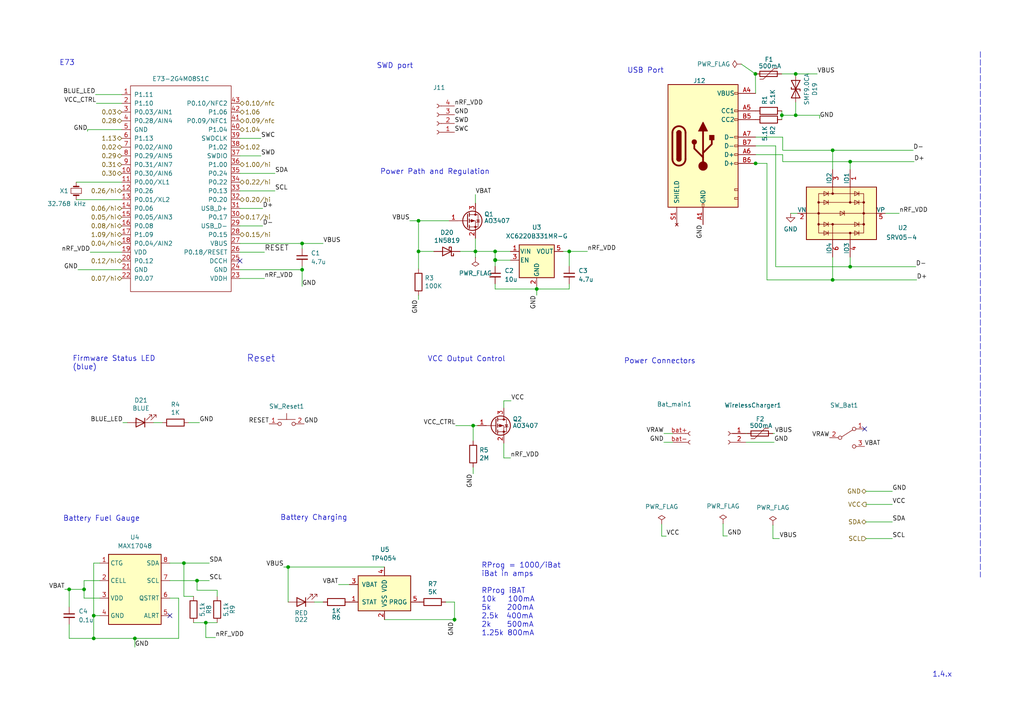
<source format=kicad_sch>
(kicad_sch (version 20211123) (generator eeschema)
  (paper "A4")
  (lib_symbols
    (symbol "Battery_Management:MCP73832-2-OT" (pin_names (offset 1.016))
      (property "Reference" "U" (at -7.62 6.35 0))
      (property "Value" "MCP73832-2-OT" (at 1.27 6.35 0))
      (symbol "MCP73832-2-OT_0_1"
        (rectangle (start -7.62 5.08) (end 7.62 -5.08) (stroke (width 0.254)) (fill (type background)))
      )
      (symbol "MCP73832-2-OT_1_1"
        (pin output line (at 10.16 -2.54 180) (length 2.54) (name "STAT") (number "1"))
        (pin power_in line (at 0 -7.62 90) (length 2.54) (name "VSS") (number "2"))
        (pin power_out line (at 10.16 2.54 180) (length 2.54) (name "VBAT") (number "3"))
        (pin power_in line (at 0 7.62 270) (length 2.54) (name "VDD") (number "4"))
        (pin input line (at -10.16 -2.54 0) (length 2.54) (name "PROG") (number "5"))
      )
    )
    (symbol "Connector:Conn_01x02_Female" (pin_names (offset 1.016) hide)
      (property "Reference" "J" (at 0 2.54 0))
      (property "Value" "Conn_01x02_Female" (at 0 -5.08 0))
      (symbol "Conn_01x02_Female_1_1"
        (arc (start 0 -2.032) (mid -0.508 -2.54) (end 0 -3.048) (stroke (width 0.1524)))
        (polyline (pts (xy -1.27 -2.54) (xy -0.508 -2.54)) (stroke (width 0.1524)))
        (polyline (pts (xy -1.27 0) (xy -0.508 0)) (stroke (width 0.1524)))
        (arc (start 0 0.508) (mid -0.508 0) (end 0 -0.508) (stroke (width 0.1524)))
        (pin passive line (at -5.08 0 0) (length 3.81) (name "Pin_1") (number "1"))
        (pin passive line (at -5.08 -2.54 0) (length 3.81) (name "Pin_2") (number "2"))
      )
    )
    (symbol "Connector:Conn_01x04_Female" (pin_names (offset 1.016) hide)
      (property "Reference" "J" (at 0 5.08 0))
      (property "Value" "Conn_01x04_Female" (at 0 -7.62 0))
      (symbol "Conn_01x04_Female_1_1"
        (arc (start 0 -4.572) (mid -0.508 -5.08) (end 0 -5.588) (stroke (width 0.1524)))
        (arc (start 0 -2.032) (mid -0.508 -2.54) (end 0 -3.048) (stroke (width 0.1524)))
        (polyline (pts (xy -1.27 -5.08) (xy -0.508 -5.08)) (stroke (width 0.1524)))
        (polyline (pts (xy -1.27 -2.54) (xy -0.508 -2.54)) (stroke (width 0.1524)))
        (polyline (pts (xy -1.27 0) (xy -0.508 0)) (stroke (width 0.1524)))
        (polyline (pts (xy -1.27 2.54) (xy -0.508 2.54)) (stroke (width 0.1524)))
        (arc (start 0 0.508) (mid -0.508 0) (end 0 -0.508) (stroke (width 0.1524)))
        (arc (start 0 3.048) (mid -0.508 2.54) (end 0 2.032) (stroke (width 0.1524)))
        (pin passive line (at -5.08 2.54 0) (length 3.81) (name "Pin_1") (number "1"))
        (pin passive line (at -5.08 0 0) (length 3.81) (name "Pin_2") (number "2"))
        (pin passive line (at -5.08 -2.54 0) (length 3.81) (name "Pin_3") (number "3"))
        (pin passive line (at -5.08 -5.08 0) (length 3.81) (name "Pin_4") (number "4"))
      )
    )
    (symbol "Device:C_Small" (pin_numbers hide) (pin_names (offset 0.254) hide)
      (property "Reference" "C" (at 0.254 1.778 0))
      (property "Value" "C_Small" (at 0.254 -2.032 0))
      (symbol "C_Small_0_1"
        (polyline (pts (xy -1.524 -0.508) (xy 1.524 -0.508)) (stroke (width 0.3302)))
        (polyline (pts (xy -1.524 0.508) (xy 1.524 0.508)) (stroke (width 0.3048)))
      )
      (symbol "C_Small_1_1"
        (pin passive line (at 0 2.54 270) (length 2.032) (name "~") (number "1"))
        (pin passive line (at 0 -2.54 90) (length 2.032) (name "~") (number "2"))
      )
    )
    (symbol "Device:D_TVS" (pin_numbers hide) (pin_names (offset 1.016) hide)
      (property "Reference" "D" (at 0 2.54 0))
      (property "Value" "D_TVS" (at 0 -2.54 0))
      (symbol "D_TVS_0_1"
        (polyline (pts (xy 1.27 0) (xy -1.27 0)))
        (polyline (pts (xy 0.508 1.27) (xy 0 1.27) (xy 0 -1.27) (xy -0.508 -1.27)) (stroke (width 0.254)))
        (polyline (pts (xy -2.54 1.27) (xy -2.54 -1.27) (xy 2.54 1.27) (xy 2.54 -1.27) (xy -2.54 1.27)) (stroke (width 0.254)))
      )
      (symbol "D_TVS_1_1"
        (pin passive line (at -3.81 0 0) (length 2.54) (name "A1") (number "1"))
        (pin passive line (at 3.81 0 180) (length 2.54) (name "A2") (number "2"))
      )
    )
    (symbol "Device:LED" (pin_numbers hide) (pin_names (offset 1.016) hide)
      (property "Reference" "D" (at 0 2.54 0))
      (property "Value" "LED" (at 0 -2.54 0))
      (symbol "LED_0_1"
        (polyline (pts (xy -1.27 -1.27) (xy -1.27 1.27)) (stroke (width 0.254)))
        (polyline (pts (xy -1.27 0) (xy 1.27 0)))
        (polyline (pts (xy 1.27 -1.27) (xy 1.27 1.27) (xy -1.27 0) (xy 1.27 -1.27)) (stroke (width 0.254)))
        (polyline (pts (xy -3.048 -0.762) (xy -4.572 -2.286) (xy -3.81 -2.286) (xy -4.572 -2.286) (xy -4.572 -1.524)))
        (polyline (pts (xy -1.778 -0.762) (xy -3.302 -2.286) (xy -2.54 -2.286) (xy -3.302 -2.286) (xy -3.302 -1.524)))
      )
      (symbol "LED_1_1"
        (pin passive line (at -3.81 0 0) (length 2.54) (name "K") (number "1"))
        (pin passive line (at 3.81 0 180) (length 2.54) (name "A") (number "2"))
      )
    )
    (symbol "Device:Polyfuse" (pin_numbers hide) (pin_names (offset 0))
      (property "Reference" "F" (at -2.54 0 90))
      (property "Value" "Polyfuse" (at 2.54 0 90))
      (symbol "Polyfuse_0_1"
        (rectangle (start -0.762 2.54) (end 0.762 -2.54) (stroke (width 0.254)))
        (polyline (pts (xy 0 2.54) (xy 0 -2.54)))
        (polyline (pts (xy -1.524 2.54) (xy -1.524 1.524) (xy 1.524 -1.524) (xy 1.524 -2.54)))
      )
      (symbol "Polyfuse_1_1"
        (pin passive line (at 0 3.81 270) (length 1.27) (name "~") (number "1"))
        (pin passive line (at 0 -3.81 90) (length 1.27) (name "~") (number "2"))
      )
    )
    (symbol "Device:R" (pin_numbers hide) (pin_names (offset 0))
      (property "Reference" "R" (at 2.032 0 90))
      (property "Value" "R" (at 0 0 90))
      (symbol "R_0_1"
        (rectangle (start -1.016 -2.54) (end 1.016 2.54) (stroke (width 0.254)))
      )
      (symbol "R_1_1"
        (pin passive line (at 0 3.81 270) (length 1.27) (name "~") (number "1"))
        (pin passive line (at 0 -3.81 90) (length 1.27) (name "~") (number "2"))
      )
    )
    (symbol "Diode:MBR0520" (pin_numbers hide) (pin_names (offset 1.016) hide)
      (property "Reference" "D" (at 0 2.54 0))
      (property "Value" "MBR0520" (at 0 -2.54 0))
      (symbol "MBR0520_0_1"
        (polyline (pts (xy 1.27 0) (xy -1.27 0)))
        (polyline (pts (xy 1.27 1.27) (xy 1.27 -1.27) (xy -1.27 0) (xy 1.27 1.27)) (stroke (width 0.254)))
        (polyline (pts (xy -1.905 0.635) (xy -1.905 1.27) (xy -1.27 1.27) (xy -1.27 -1.27) (xy -0.635 -1.27) (xy -0.635 -0.635)) (stroke (width 0.254)))
      )
      (symbol "MBR0520_1_1"
        (pin passive line (at -3.81 0 0) (length 2.54) (name "K") (number "1"))
        (pin passive line (at 3.81 0 180) (length 2.54) (name "A") (number "2"))
      )
    )
    (symbol "Power_Protection:SRV05-4" (pin_names (offset 0))
      (property "Reference" "U" (at -5.08 11.43 0))
      (property "Value" "SRV05-4" (at 2.54 11.43 0))
      (symbol "SRV05-4_0_0"
        (rectangle (start -5.715 6.477) (end 5.715 -6.604))
        (polyline (pts (xy -3.175 -6.604) (xy -3.175 6.477)))
        (polyline (pts (xy 3.175 6.477) (xy 3.175 -6.604)))
      )
      (symbol "SRV05-4_0_1"
        (rectangle (start -7.62 10.16) (end 7.62 -10.16) (stroke (width 0.254)) (fill (type background)))
        (circle (center -5.715 -2.54) (radius 0.2794) (fill (type outline)))
        (circle (center -3.175 -6.604) (radius 0.2794) (fill (type outline)))
        (circle (center -3.175 2.54) (radius 0.2794) (fill (type outline)))
        (circle (center -3.175 6.477) (radius 0.2794) (fill (type outline)))
        (circle (center 0 -6.604) (radius 0.2794) (fill (type outline)))
        (polyline (pts (xy -7.747 2.54) (xy -3.175 2.54)))
        (polyline (pts (xy -7.62 -2.54) (xy -5.715 -2.54)))
        (polyline (pts (xy -5.08 -3.81) (xy -6.35 -3.81)))
        (polyline (pts (xy -5.08 5.08) (xy -6.35 5.08)))
        (polyline (pts (xy -2.54 -3.81) (xy -3.81 -3.81)))
        (polyline (pts (xy -2.54 5.08) (xy -3.81 5.08)))
        (polyline (pts (xy 0 10.16) (xy 0 -10.16)))
        (polyline (pts (xy 3.81 -3.81) (xy 2.54 -3.81)))
        (polyline (pts (xy 3.81 5.08) (xy 2.54 5.08)))
        (polyline (pts (xy 6.35 -3.81) (xy 5.08 -3.81)))
        (polyline (pts (xy 6.35 5.08) (xy 5.08 5.08)))
        (polyline (pts (xy 7.62 -2.54) (xy 3.175 -2.54)))
        (polyline (pts (xy 7.62 2.54) (xy 5.715 2.54)))
        (polyline (pts (xy 0.635 0.889) (xy -0.635 0.889) (xy -0.635 0.635)))
        (polyline (pts (xy -5.08 -5.08) (xy -6.35 -5.08) (xy -5.715 -3.81) (xy -5.08 -5.08)))
        (polyline (pts (xy -5.08 3.81) (xy -6.35 3.81) (xy -5.715 5.08) (xy -5.08 3.81)))
        (polyline (pts (xy -2.54 -5.08) (xy -3.81 -5.08) (xy -3.175 -3.81) (xy -2.54 -5.08)))
        (polyline (pts (xy -2.54 3.81) (xy -3.81 3.81) (xy -3.175 5.08) (xy -2.54 3.81)))
        (polyline (pts (xy 0.635 -0.381) (xy -0.635 -0.381) (xy 0 0.889) (xy 0.635 -0.381)))
        (polyline (pts (xy 3.81 -5.08) (xy 2.54 -5.08) (xy 3.175 -3.81) (xy 3.81 -5.08)))
        (polyline (pts (xy 3.81 3.81) (xy 2.54 3.81) (xy 3.175 5.08) (xy 3.81 3.81)))
        (polyline (pts (xy 6.35 -5.08) (xy 5.08 -5.08) (xy 5.715 -3.81) (xy 6.35 -5.08)))
        (polyline (pts (xy 6.35 3.81) (xy 5.08 3.81) (xy 5.715 5.08) (xy 6.35 3.81)))
        (circle (center 0 6.477) (radius 0.2794) (fill (type outline)))
        (circle (center 3.175 -6.604) (radius 0.2794) (fill (type outline)))
        (circle (center 3.175 -2.54) (radius 0.2794) (fill (type outline)))
        (circle (center 3.175 6.477) (radius 0.2794) (fill (type outline)))
        (circle (center 5.715 2.54) (radius 0.2794) (fill (type outline)))
      )
      (symbol "SRV05-4_1_1"
        (pin passive line (at -12.7 2.54 0) (length 5.08) (name "IO1") (number "1"))
        (pin passive line (at 0 -12.7 90) (length 2.54) (name "VN") (number "2"))
        (pin passive line (at -12.7 -2.54 0) (length 5.08) (name "IO2") (number "3"))
        (pin passive line (at 12.7 2.54 180) (length 5.08) (name "IO3") (number "4"))
        (pin passive line (at 0 12.7 270) (length 2.54) (name "VP") (number "5"))
        (pin passive line (at 12.7 -2.54 180) (length 5.08) (name "IO4") (number "6"))
      )
    )
    (symbol "Regulator_Linear:AP2112K-3.3" (pin_names (offset 0.254))
      (property "Reference" "U" (at -5.08 5.715 0))
      (property "Value" "AP2112K-3.3" (at 0 5.715 0))
      (symbol "AP2112K-3.3_0_1"
        (rectangle (start -5.08 4.445) (end 5.08 -5.08) (stroke (width 0.254)) (fill (type background)))
      )
      (symbol "AP2112K-3.3_1_1"
        (pin power_in line (at -7.62 2.54 0) (length 2.54) (name "VIN") (number "1"))
        (pin power_in line (at 0 -7.62 90) (length 2.54) (name "GND") (number "2"))
        (pin input line (at -7.62 0 0) (length 2.54) (name "EN") (number "3"))
        (pin no_connect line (at 5.08 0 180) (length 2.54) hide (name "NC") (number "4"))
        (pin power_out line (at 7.62 2.54 180) (length 2.54) (name "VOUT") (number "5"))
      )
    )
    (symbol "Transistor_FET:BSS83P" (pin_names hide)
      (property "Reference" "Q" (at 5.08 1.905 0))
      (property "Value" "BSS83P" (at 5.08 0 0))
      (symbol "BSS83P_0_1"
        (polyline (pts (xy 0.254 0) (xy -2.54 0)))
        (polyline (pts (xy 0.254 1.905) (xy 0.254 -1.905)) (stroke (width 0.254)))
        (polyline (pts (xy 0.762 -1.27) (xy 0.762 -2.286)) (stroke (width 0.254)))
        (polyline (pts (xy 0.762 0.508) (xy 0.762 -0.508)) (stroke (width 0.254)))
        (polyline (pts (xy 0.762 2.286) (xy 0.762 1.27)) (stroke (width 0.254)))
        (polyline (pts (xy 2.54 2.54) (xy 2.54 1.778)))
        (polyline (pts (xy 2.54 -2.54) (xy 2.54 0) (xy 0.762 0)))
        (polyline (pts (xy 0.762 1.778) (xy 3.302 1.778) (xy 3.302 -1.778) (xy 0.762 -1.778)))
        (polyline (pts (xy 2.286 0) (xy 1.27 0.381) (xy 1.27 -0.381) (xy 2.286 0)) (fill (type outline)))
        (polyline (pts (xy 2.794 -0.508) (xy 2.921 -0.381) (xy 3.683 -0.381) (xy 3.81 -0.254)))
        (polyline (pts (xy 3.302 -0.381) (xy 2.921 0.254) (xy 3.683 0.254) (xy 3.302 -0.381)))
        (circle (center 1.651 0) (radius 2.794) (stroke (width 0.254)))
        (circle (center 2.54 -1.778) (radius 0.254) (fill (type outline)))
        (circle (center 2.54 1.778) (radius 0.254) (fill (type outline)))
      )
      (symbol "BSS83P_1_1"
        (pin input line (at -5.08 0 0) (length 2.54) (name "G") (number "1"))
        (pin passive line (at 2.54 -5.08 90) (length 2.54) (name "S") (number "2"))
        (pin passive line (at 2.54 5.08 270) (length 2.54) (name "D") (number "3"))
      )
    )
    (symbol "mysymbol:Conn_Battery_solderable" (pin_names (offset 1.016) hide)
      (property "Reference" "J?" (at 1.27 0.0001 0))
      (property "Value" "Conn_Battery_solderable" (at 1.27 -2.5399 0))
      (symbol "Conn_Battery_solderable_1_1"
        (arc (start 0 -2.032) (mid -0.508 -2.54) (end 0 -3.048) (stroke (width 0.1524)))
        (polyline (pts (xy -1.27 -2.54) (xy -0.508 -2.54)) (stroke (width 0.1524)))
        (polyline (pts (xy -1.27 0) (xy -0.508 0)) (stroke (width 0.1524)))
        (arc (start 0 0.508) (mid -0.508 0) (end 0 -0.508) (stroke (width 0.1524)))
        (pin passive line (at -5.08 0 0) (length 3.81) (name "Bat+") (number "bat+"))
        (pin passive line (at -5.08 -2.54 0) (length 3.81) (name "Bat-") (number "bat-"))
      )
    )
    (symbol "mysymbol:Crystal_Small" (pin_numbers hide) (pin_names (offset 1.016) hide)
      (property "Reference" "X1" (at -2.54 1.2701 90))
      (property "Value" "Crystal_Small" (at -2.54 -1.2699 90))
      (symbol "Crystal_Small_0_1"
        (rectangle (start -0.762 -1.524) (end 0.762 1.524))
        (polyline (pts (xy -1.27 -0.762) (xy -1.27 0.762)) (stroke (width 0.381)))
        (polyline (pts (xy 1.27 -0.762) (xy 1.27 0.762)) (stroke (width 0.381)))
      )
      (symbol "Crystal_Small_1_1"
        (pin passive line (at -2.54 0 0) (length 1.27) (name "1") (number "1"))
        (pin passive line (at 2.54 0 180) (length 1.27) (name "2") (number "2"))
      )
    )
    (symbol "mysymbol:E73-2G4M08S1C" (pin_names (offset 1.016))
      (property "Reference" "U?" (at -0.635 34.671 0))
      (property "Value" "E73-2G4M08S1C" (at -0.635 32.3596 0))
      (symbol "E73-2G4M08S1C_0_1"
        (rectangle (start -15.24 30.48) (end 13.97 -29.21))
      )
      (symbol "E73-2G4M08S1C_1_1"
        (pin input line (at -17.78 27.94 0) (length 2.54) (name "P1.11") (number "1"))
        (pin input line (at -17.78 5.08 0) (length 2.54) (name "P0.30/AIN6") (number "10"))
        (pin input line (at -17.78 2.54 0) (length 2.54) (name "P0.00/XL1") (number "11"))
        (pin input line (at -17.78 0 0) (length 2.54) (name "P0.26") (number "12"))
        (pin input line (at -17.78 -2.54 0) (length 2.54) (name "P0.01/XL2") (number "13"))
        (pin input line (at -17.78 -5.08 0) (length 2.54) (name "P0.06") (number "14"))
        (pin input line (at -17.78 -7.62 0) (length 2.54) (name "P0.05/AIN3") (number "15"))
        (pin input line (at -17.78 -10.16 0) (length 2.54) (name "P0.08") (number "16"))
        (pin input line (at -17.78 -12.7 0) (length 2.54) (name "P1.09") (number "17"))
        (pin input line (at -17.78 -15.24 0) (length 2.54) (name "P0.04/AIN2") (number "18"))
        (pin power_in line (at -17.78 -17.78 0) (length 2.54) (name "VDD") (number "19"))
        (pin input line (at -17.78 25.4 0) (length 2.54) (name "P1.10") (number "2"))
        (pin input line (at -17.78 -20.32 0) (length 2.54) (name "P0.12") (number "20"))
        (pin power_in line (at -17.78 -22.86 0) (length 2.54) (name "GND") (number "21"))
        (pin input line (at -17.78 -25.4 0) (length 2.54) (name "P0.07") (number "22"))
        (pin power_in line (at 16.51 -25.4 180) (length 2.54) (name "VDDH") (number "23"))
        (pin power_in line (at 16.51 -22.86 180) (length 2.54) (name "GND") (number "24"))
        (pin power_out line (at 16.51 -20.32 180) (length 2.54) (name "DCCH") (number "25"))
        (pin input line (at 16.51 -17.78 180) (length 2.54) (name "P0.18/RESET") (number "26"))
        (pin power_in line (at 16.51 -15.24 180) (length 2.54) (name "VBUS") (number "27"))
        (pin input line (at 16.51 -12.7 180) (length 2.54) (name "P0.15") (number "28"))
        (pin input line (at 16.51 -10.16 180) (length 2.54) (name "USB_D-") (number "29"))
        (pin input line (at -17.78 22.86 0) (length 2.54) (name "P0.03/AIN1") (number "3"))
        (pin input line (at 16.51 -7.62 180) (length 2.54) (name "P0.17") (number "30"))
        (pin input line (at 16.51 -5.08 180) (length 2.54) (name "USB_D+") (number "31"))
        (pin input line (at 16.51 -2.54 180) (length 2.54) (name "P0.20") (number "32"))
        (pin input line (at 16.51 0 180) (length 2.54) (name "P0.13") (number "33"))
        (pin input line (at 16.51 2.54 180) (length 2.54) (name "P0.22") (number "34"))
        (pin input line (at 16.51 5.08 180) (length 2.54) (name "P0.24") (number "35"))
        (pin input line (at 16.51 7.62 180) (length 2.54) (name "P1.00") (number "36"))
        (pin input line (at 16.51 10.16 180) (length 2.54) (name "SWDIO") (number "37"))
        (pin input line (at 16.51 12.7 180) (length 2.54) (name "P1.02") (number "38"))
        (pin input line (at 16.51 15.24 180) (length 2.54) (name "SWDCLK") (number "39"))
        (pin input line (at -17.78 20.32 0) (length 2.54) (name "P0.28/AIN4") (number "4"))
        (pin input line (at 16.51 17.78 180) (length 2.54) (name "P1.04") (number "40"))
        (pin input line (at 16.51 20.32 180) (length 2.54) (name "P0.09/NFC1") (number "41"))
        (pin input line (at 16.51 22.86 180) (length 2.54) (name "P1.06") (number "42"))
        (pin input line (at 16.51 25.4 180) (length 2.54) (name "P0.10/NFC2") (number "43"))
        (pin power_in line (at -17.78 17.78 0) (length 2.54) (name "GND") (number "5"))
        (pin input line (at -17.78 15.24 0) (length 2.54) (name "P1.13") (number "6"))
        (pin input line (at -17.78 12.7 0) (length 2.54) (name "P0.02/AIN0") (number "7"))
        (pin input line (at -17.78 10.16 0) (length 2.54) (name "P0.29/AIN5") (number "8"))
        (pin input line (at -17.78 7.62 0) (length 2.54) (name "P0.31/AIN7") (number "9"))
      )
    )
    (symbol "mysymbol:MAX17048"
      (property "Reference" "U" (at -6.985 11.43 0))
      (property "Value" "MAX17048" (at 0 16.51 0))
      (symbol "MAX17048_0_1"
        (rectangle (start -7.62 10.16) (end 7.62 -10.16) (stroke (width 0.254)) (fill (type background)))
      )
      (symbol "MAX17048_1_1"
        (pin passive line (at -10.16 7.62 0) (length 2.54) (name "CTG") (number "1"))
        (pin passive line (at -10.16 2.54 0) (length 2.54) (name "CELL") (number "2"))
        (pin power_in line (at -10.16 -2.54 0) (length 2.54) (name "VDD") (number "3"))
        (pin power_in line (at -10.16 -7.62 0) (length 2.54) (name "GND") (number "4"))
        (pin output line (at 10.16 -7.62 180) (length 2.54) (name "ALRT") (number "5"))
        (pin input line (at 10.16 -2.54 180) (length 2.54) (name "QSTRT") (number "6"))
        (pin bidirectional line (at 10.16 2.54 180) (length 2.54) (name "SCL") (number "7"))
        (pin bidirectional line (at 10.16 7.62 180) (length 2.54) (name "SDA") (number "8"))
      )
    )
    (symbol "mysymbol:SW_Battery-kbd" (pin_names (offset 0) hide)
      (property "Reference" "SW_Battery?" (at 7.62 4.3476 0))
      (property "Value" "SW_Battery-kbd" (at 5.08 -6.35 0))
      (symbol "SW_Battery-kbd_0_0"
        (circle (center -2.032 0) (radius 0.508))
        (circle (center 2.032 -2.54) (radius 0.508))
      )
      (symbol "SW_Battery-kbd_0_1"
        (polyline (pts (xy -1.524 0.254) (xy 1.651 2.286)))
        (circle (center 2.032 2.54) (radius 0.508))
      )
      (symbol "SW_Battery-kbd_1_1"
        (pin passive line (at 5.08 2.54 180) (length 2.54) (name "A") (number "1"))
        (pin passive line (at -5.08 0 0) (length 2.54) (name "B") (number "2"))
        (pin passive line (at 5.08 -2.54 180) (length 2.54) (name "C") (number "3"))
      )
    )
    (symbol "mysymbol:SW_RESET-kbd" (pin_names (offset 1.016) hide)
      (property "Reference" "RSW?" (at 0 7.239 0))
      (property "Value" "SW_RESET-kbd" (at 0 4.9276 0))
      (symbol "SW_RESET-kbd_0_1"
        (circle (center -2.032 0) (radius 0.508))
        (polyline (pts (xy 0 1.27) (xy 0 3.048)))
        (polyline (pts (xy 2.54 1.27) (xy -2.54 1.27)))
        (circle (center 2.032 0) (radius 0.508))
        (pin passive line (at -5.08 0 0) (length 2.54) (name "1") (number "1"))
        (pin passive line (at 5.08 0 180) (length 2.54) (name "2") (number "2"))
      )
    )
    (symbol "mysymbol:USB_C_Receptacle_USB2.0" (pin_names (offset 1.016))
      (property "Reference" "J?" (at 2.7178 24.3078 0))
      (symbol "USB_C_Receptacle_USB2.0_0_0"
        (rectangle (start -0.254 -17.78) (end 0.254 -16.764))
        (rectangle (start 10.16 -14.986) (end 9.144 -15.494))
        (rectangle (start 10.16 -12.446) (end 9.144 -12.954))
        (rectangle (start 10.16 -4.826) (end 9.144 -5.334))
        (rectangle (start 10.16 -2.286) (end 9.144 -2.794))
        (rectangle (start 10.16 0.254) (end 9.144 -0.254))
        (rectangle (start 10.16 2.794) (end 9.144 2.286))
        (rectangle (start 10.16 7.874) (end 9.144 7.366))
        (rectangle (start 10.16 10.414) (end 9.144 9.906))
        (rectangle (start 10.16 15.494) (end 9.144 14.986))
      )
      (symbol "USB_C_Receptacle_USB2.0_0_1"
        (rectangle (start -10.16 17.78) (end 10.16 -17.78) (stroke (width 0.254)) (fill (type background)))
        (arc (start -8.89 -3.81) (mid -6.985 -5.715) (end -5.08 -3.81) (stroke (width 0.508)))
        (arc (start -7.62 -3.81) (mid -6.985 -4.445) (end -6.35 -3.81) (stroke (width 0.254)))
        (arc (start -7.62 -3.81) (mid -6.985 -4.445) (end -6.35 -3.81) (stroke (width 0.254)) (fill (type outline)))
        (rectangle (start -7.62 -3.81) (end -6.35 3.81) (stroke (width 0.254)) (fill (type outline)))
        (arc (start -6.35 3.81) (mid -6.985 4.445) (end -7.62 3.81) (stroke (width 0.254)))
        (arc (start -6.35 3.81) (mid -6.985 4.445) (end -7.62 3.81) (stroke (width 0.254)) (fill (type outline)))
        (arc (start -5.08 3.81) (mid -6.985 5.715) (end -8.89 3.81) (stroke (width 0.508)))
        (circle (center -2.54 1.143) (radius 0.635) (stroke (width 0.254)) (fill (type outline)))
        (circle (center 0 -5.842) (radius 1.27) (fill (type outline)))
        (polyline (pts (xy -8.89 -3.81) (xy -8.89 3.81)) (stroke (width 0.508)))
        (polyline (pts (xy -5.08 3.81) (xy -5.08 -3.81)) (stroke (width 0.508)))
        (polyline (pts (xy 0 -5.842) (xy 0 4.318)) (stroke (width 0.508)))
        (polyline (pts (xy 0 -3.302) (xy -2.54 -0.762) (xy -2.54 0.508)) (stroke (width 0.508)))
        (polyline (pts (xy 0 -2.032) (xy 2.54 0.508) (xy 2.54 1.778)) (stroke (width 0.508)))
        (polyline (pts (xy -1.27 4.318) (xy 0 6.858) (xy 1.27 4.318) (xy -1.27 4.318)) (stroke (width 0.254)) (fill (type outline)))
        (rectangle (start 1.905 1.778) (end 3.175 3.048) (stroke (width 0.254)) (fill (type outline)))
      )
      (symbol "USB_C_Receptacle_USB2.0_1_1"
        (pin power_in line (at 0 -22.86 90) (length 5.08) (name "GND") (number "A1"))
        (pin power_in line (at 15.24 15.24 180) (length 5.08) (name "VBUS") (number "A4"))
        (pin bidirectional line (at 15.24 10.16 180) (length 5.08) (name "CC1") (number "A5"))
        (pin bidirectional line (at 15.24 -2.54 180) (length 5.08) (name "D+") (number "A6"))
        (pin bidirectional line (at 15.24 2.54 180) (length 5.08) (name "D-") (number "A7"))
        (pin bidirectional line (at 15.24 7.62 180) (length 5.08) (name "CC2") (number "B5"))
        (pin bidirectional line (at 15.24 -5.08 180) (length 5.08) (name "D+") (number "B6"))
        (pin bidirectional line (at 15.24 0 180) (length 5.08) (name "D-") (number "B7"))
        (pin no_connect line (at -7.62 -22.86 90) (length 5.08) (name "SHIELD") (number "S1"))
      )
    )
    (symbol "power:GND" (power) (pin_names (offset 0))
      (property "Value" "GND" (at 0 -3.81 0))
      (symbol "GND_0_1"
        (polyline (pts (xy 0 0) (xy 0 -1.27) (xy 1.27 -1.27) (xy 0 -2.54) (xy -1.27 -1.27) (xy 0 -1.27)))
      )
      (symbol "GND_1_1"
        (pin power_in line (at 0 0 270) (length 0) hide (name "GND") (number "1"))
      )
    )
    (symbol "power:PWR_FLAG" (power) (pin_numbers hide) (pin_names (offset 0) hide)
      (property "Value" "PWR_FLAG" (at 0 3.81 0))
      (symbol "PWR_FLAG_0_0"
        (pin power_out line (at 0 0 90) (length 0) (name "pwr") (number "1"))
      )
      (symbol "PWR_FLAG_0_1"
        (polyline (pts (xy 0 0) (xy 0 1.27) (xy -1.016 1.905) (xy 0 2.54) (xy 1.016 1.905) (xy 0 1.27)))
      )
    )
  )
  (junction (at 59.69 180.594))
  (junction (at 27.178 178.562))
  (junction (at 241.5032 81.1784))
  (junction (at 143.6116 75.4634))
  (junction (at 87.63 70.612))
  (junction (at 137.8966 72.9234))
  (junction (at 137.2362 123.444))
  (junction (at 121.3866 64.0334))
  (junction (at 165.1 72.9234))
  (junction (at 53.34 163.322))
  (junction (at 230.7844 21.4376))
  (junction (at 155.6766 83.82))
  (junction (at 83.566 164.465))
  (junction (at 131.826 179.705))
  (junction (at 241.5032 43.5864))
  (junction (at 121.3866 72.9234))
  (junction (at 246.5832 77.3684))
  (junction (at 143.6116 72.9234))
  (junction (at 24.384 170.942))
  (junction (at 143.6624 75.4126))
  (junction (at 39.116 185.166))
  (junction (at 57.15 168.402))
  (junction (at 226.7712 33.4264))
  (junction (at 219.1004 21.4376))
  (junction (at 143.6116 75.4126))
  (junction (at 246.5832 46.8884))
  (junction (at 20.066 170.942))
  (junction (at 27.178 185.166))
  (junction (at 87.63 78.232))
  (junction (at 219.1512 47.3964))
  (junction (at 230.7844 33.4264))
  (no_connect (at 49.276 178.562))
  (no_connect (at 250.7742 124.4092))
  (no_connect (at 69.596 75.692))
  (wire (pts (xy 191.9224 152.0444) (xy 191.9224 155.4988)))
  (wire (pts (xy 209.7278 155.448) (xy 210.9978 155.448)))
  (wire (pts (xy 170.3832 72.9234) (xy 165.1 72.9234)))
  (wire (pts (xy 54.6862 122.5804) (xy 57.8612 122.5804)))
  (wire (pts (xy 83.566 174.625) (xy 83.566 164.465)))
  (wire (pts (xy 143.6116 75.4126) (xy 143.6624 75.4126)))
  (wire (pts (xy 62.992 171.196) (xy 62.992 172.974)))
  (wire (pts (xy 143.6116 75.4126) (xy 143.6116 75.4634)))
  (wire (pts (xy 121.3866 85.6234) (xy 121.3866 86.8934)))
  (wire (pts (xy 143.6116 72.9234) (xy 148.0566 72.9234)))
  (wire (pts (xy 20.066 170.942) (xy 24.384 170.942)))
  (wire (pts (xy 57.15 168.402) (xy 60.706 168.402)))
  (wire (pts (xy 224.9932 42.3164) (xy 224.9932 77.3684)))
  (wire (pts (xy 82.296 164.465) (xy 83.566 164.465)))
  (wire (pts (xy 51.816 185.166) (xy 51.816 173.482)))
  (wire (pts (xy 27.178 185.166) (xy 39.116 185.166)))
  (wire (pts (xy 57.15 171.196) (xy 62.992 171.196)))
  (wire (pts (xy 87.63 70.612) (xy 87.63 72.136)))
  (wire (pts (xy 227.0252 44.8564) (xy 227.0252 46.8884)))
  (wire (pts (xy 137.2362 123.444) (xy 138.5062 123.444)))
  (wire (pts (xy 222.4532 81.1784) (xy 241.5032 81.1784)))
  (wire (pts (xy 219.1004 21.4376) (xy 219.1512 27.0764)))
  (wire (pts (xy 25.4 37.592) (xy 25.4 38.1)))
  (wire (pts (xy 155.6766 83.82) (xy 155.6766 85.6234)))
  (wire (pts (xy 69.596 65.532) (xy 76.2 65.532)))
  (wire (pts (xy 121.3866 72.9234) (xy 125.8316 72.9234)))
  (wire (pts (xy 216.281 128.27) (xy 224.536 128.27)))
  (wire (pts (xy 121.3866 72.9234) (xy 121.3866 78.0034)))
  (wire (pts (xy 137.8966 72.9234) (xy 137.8966 74.676)))
  (wire (pts (xy 246.5832 74.5744) (xy 246.5832 77.3684)))
  (wire (pts (xy 192.532 128.27) (xy 195.0974 128.27)))
  (wire (pts (xy 69.596 80.772) (xy 76.708 80.772)))
  (polyline (pts (xy 284.353 14.986) (xy 284.353 167.386)))
  (wire (pts (xy 192.5574 125.73) (xy 195.0974 125.73)))
  (wire (pts (xy 39.116 185.166) (xy 51.816 185.166)))
  (wire (pts (xy 22.098 52.832) (xy 35.306 52.832)))
  (wire (pts (xy 59.69 180.594) (xy 59.69 184.912)))
  (wire (pts (xy 146.1262 128.524) (xy 146.1262 132.8166)))
  (wire (pts (xy 28.956 178.562) (xy 27.178 178.562)))
  (wire (pts (xy 24.384 173.482) (xy 28.956 173.482)))
  (wire (pts (xy 155.6766 83.0834) (xy 155.6766 83.82)))
  (wire (pts (xy 28.956 163.322) (xy 27.178 163.322)))
  (wire (pts (xy 59.69 184.912) (xy 62.484 184.912)))
  (wire (pts (xy 241.5032 81.1784) (xy 265.8872 81.1784)))
  (wire (pts (xy 35.6362 122.5804) (xy 36.9062 122.5804)))
  (wire (pts (xy 87.63 78.232) (xy 87.63 83.058)))
  (wire (pts (xy 227.0252 46.8884) (xy 246.5832 46.8884)))
  (wire (pts (xy 25.4 37.592) (xy 35.306 37.592)))
  (wire (pts (xy 219.1512 44.8564) (xy 227.0252 44.8564)))
  (wire (pts (xy 215.011 18.5928) (xy 219.1004 21.4376)))
  (wire (pts (xy 18.796 170.942) (xy 20.066 170.942)))
  (wire (pts (xy 251.206 142.494) (xy 258.826 142.494)))
  (wire (pts (xy 49.276 163.322) (xy 53.34 163.322)))
  (wire (pts (xy 218.8972 47.3964) (xy 219.1512 47.3964)))
  (wire (pts (xy 230.7844 33.4264) (xy 237.744 33.4264)))
  (wire (pts (xy 24.384 170.942) (xy 24.384 173.482)))
  (wire (pts (xy 56.134 180.594) (xy 59.69 180.594)))
  (wire (pts (xy 219.1512 47.3964) (xy 222.4532 47.3964)))
  (wire (pts (xy 165.1 82.3214) (xy 165.1 83.82)))
  (wire (pts (xy 137.8966 56.4134) (xy 137.8966 58.9534)))
  (wire (pts (xy 251.206 151.384) (xy 258.826 151.384)))
  (wire (pts (xy 143.6116 82.3214) (xy 143.6116 83.82)))
  (wire (pts (xy 121.3866 64.0334) (xy 130.2766 64.0334)))
  (wire (pts (xy 39.116 185.166) (xy 39.116 187.706)))
  (wire (pts (xy 143.6116 72.9234) (xy 143.6116 75.4126)))
  (wire (pts (xy 51.816 173.482) (xy 49.276 173.482)))
  (wire (pts (xy 69.596 40.132) (xy 75.692 40.132)))
  (wire (pts (xy 22.606 78.232) (xy 35.306 78.232)))
  (wire (pts (xy 53.34 163.322) (xy 60.706 163.322)))
  (wire (pts (xy 137.2362 127.889) (xy 137.2362 123.444)))
  (wire (pts (xy 148.0566 75.4634) (xy 143.6116 75.4634)))
  (wire (pts (xy 137.8966 69.1134) (xy 137.8966 72.9234)))
  (wire (pts (xy 165.1 83.82) (xy 155.6766 83.82)))
  (wire (pts (xy 246.5832 46.8884) (xy 246.5832 49.1744)))
  (wire (pts (xy 209.7278 151.892) (xy 209.7278 155.448)))
  (wire (pts (xy 121.3866 64.0334) (xy 121.3866 72.9234)))
  (wire (pts (xy 224.1804 152.2984) (xy 224.1804 156.21)))
  (wire (pts (xy 59.69 180.594) (xy 62.992 180.594)))
  (wire (pts (xy 49.276 168.402) (xy 57.15 168.402)))
  (wire (pts (xy 146.1262 132.8166) (xy 148.082 132.8166)))
  (wire (pts (xy 111.506 179.705) (xy 131.826 179.705)))
  (wire (pts (xy 131.826 179.705) (xy 131.826 180.34)))
  (wire (pts (xy 241.5032 74.5744) (xy 241.5032 81.1784)))
  (wire (pts (xy 69.596 55.372) (xy 79.756 55.372)))
  (wire (pts (xy 56.134 172.974) (xy 53.34 172.974)))
  (wire (pts (xy 24.384 168.402) (xy 24.384 170.942)))
  (wire (pts (xy 226.7712 33.4264) (xy 230.7844 33.4264)))
  (wire (pts (xy 69.596 60.452) (xy 76.2 60.452)))
  (wire (pts (xy 53.34 172.974) (xy 53.34 163.322)))
  (wire (pts (xy 143.6116 83.82) (xy 155.6766 83.82)))
  (wire (pts (xy 222.4532 47.3964) (xy 222.4532 81.1784)))
  (wire (pts (xy 69.596 78.232) (xy 87.63 78.232)))
  (wire (pts (xy 133.4516 72.9234) (xy 137.8966 72.9234)))
  (wire (pts (xy 27.178 178.562) (xy 27.178 185.166)))
  (wire (pts (xy 224.155 125.73) (xy 224.6884 125.73)))
  (wire (pts (xy 27.94 29.972) (xy 35.306 29.972)))
  (wire (pts (xy 98.171 169.545) (xy 101.346 169.545)))
  (wire (pts (xy 219.1512 39.7764) (xy 227.0252 39.7764)))
  (wire (pts (xy 91.186 174.625) (xy 93.726 174.625)))
  (wire (pts (xy 230.7844 21.4376) (xy 237.0328 21.4376)))
  (wire (pts (xy 22.098 57.912) (xy 35.306 57.912)))
  (wire (pts (xy 69.596 73.152) (xy 76.708 73.152)))
  (wire (pts (xy 132.1562 123.444) (xy 137.2362 123.444)))
  (wire (pts (xy 246.5832 77.3684) (xy 265.6332 77.3684)))
  (wire (pts (xy 137.8966 72.9234) (xy 143.6116 72.9234)))
  (wire (pts (xy 20.066 181.102) (xy 20.066 185.166)))
  (wire (pts (xy 230.7844 21.4376) (xy 230.7844 22.0472)))
  (wire (pts (xy 241.5032 43.5864) (xy 241.5032 49.1744)))
  (wire (pts (xy 137.2362 135.509) (xy 137.2362 137.414)))
  (wire (pts (xy 251.206 156.21) (xy 258.826 156.21)))
  (wire (pts (xy 191.9224 155.4988) (xy 193.2432 155.4988)))
  (wire (pts (xy 69.596 45.212) (xy 75.692 45.212)))
  (wire (pts (xy 241.5032 43.5864) (xy 264.8712 43.5864)))
  (wire (pts (xy 27.178 163.322) (xy 27.178 178.562)))
  (wire (pts (xy 131.826 174.625) (xy 131.826 179.705)))
  (wire (pts (xy 246.5832 46.8884) (xy 265.1252 46.8884)))
  (wire (pts (xy 146.1262 118.364) (xy 146.1262 116.2558)))
  (wire (pts (xy 20.066 176.022) (xy 20.066 170.942)))
  (wire (pts (xy 57.15 168.402) (xy 57.15 171.196)))
  (wire (pts (xy 256.7432 61.8744) (xy 260.8072 61.8744)))
  (wire (pts (xy 87.63 78.232) (xy 87.63 77.216)))
  (wire (pts (xy 69.596 50.292) (xy 79.756 50.292)))
  (wire (pts (xy 26.162 73.152) (xy 35.306 73.152)))
  (wire (pts (xy 224.1804 156.21) (xy 226.06 156.21)))
  (wire (pts (xy 226.7204 21.4376) (xy 230.7844 21.4376)))
  (wire (pts (xy 216.281 125.73) (xy 216.535 125.73)))
  (wire (pts (xy 87.63 70.612) (xy 93.726 70.612)))
  (wire (pts (xy 28.956 168.402) (xy 24.384 168.402)))
  (wire (pts (xy 44.5262 122.5804) (xy 47.0662 122.5804)))
  (wire (pts (xy 146.1262 116.2558) (xy 148.2344 116.2558)))
  (wire (pts (xy 219.1512 42.3164) (xy 224.9932 42.3164)))
  (wire (pts (xy 165.1 72.9234) (xy 163.2966 72.9234)))
  (wire (pts (xy 226.7712 32.1564) (xy 226.7712 33.4264)))
  (wire (pts (xy 226.7712 33.4264) (xy 226.7712 34.6964)))
  (wire (pts (xy 143.6116 75.4634) (xy 143.6116 77.2414)))
  (wire (pts (xy 69.596 70.612) (xy 87.63 70.612)))
  (wire (pts (xy 121.3866 64.0334) (xy 118.8466 64.0334)))
  (wire (pts (xy 83.566 164.465) (xy 111.506 164.465)))
  (wire (pts (xy 237.744 33.4264) (xy 237.744 34.3408)))
  (wire (pts (xy 227.0252 39.7764) (xy 227.0252 43.5864)))
  (wire (pts (xy 230.7844 29.6672) (xy 230.7844 33.4264)))
  (wire (pts (xy 27.686 27.432) (xy 35.306 27.432)))
  (wire (pts (xy 165.1 72.9234) (xy 165.1 77.2414)))
  (wire (pts (xy 224.9932 77.3684) (xy 246.5832 77.3684)))
  (wire (pts (xy 20.066 185.166) (xy 27.178 185.166)))
  (wire (pts (xy 251.206 146.304) (xy 258.826 146.304)))
  (wire (pts (xy 229.3112 61.8744) (xy 231.3432 61.8744)))
  (wire (pts (xy 227.0252 43.5864) (xy 241.5032 43.5864)))
  (wire (pts (xy 129.286 174.625) (xy 131.826 174.625)))
  (text "Battery Charging" (at 81.28 151.13 0) (effects (font (size 1.524 1.524)) (justify left bottom)))
  (text "Reset" (at 79.9084 105.2576 180) (effects (font (size 2 2)) (justify right bottom)))
  (text "Power Path and Regulation" (at 110.236 50.8 0) (effects (font (size 1.524 1.524)) (justify left bottom)))
  (text "RProg = 1000/iBat\niBat in amps\n\nRProg iBAT\n10k   100mA\n5k    200mA\n2.5k  400mA\n2k    500mA\n1.25k 800mA" (at 139.6238 184.6072 0) (effects (font (size 1.524 1.524)) (justify left bottom)))
  (text "1.4.x" (at 270.383 196.596 0) (effects (font (size 1.524 1.524)) (justify left bottom)))
  (text "USB Port" (at 181.9148 21.4376 0) (effects (font (size 1.524 1.524)) (justify left bottom)))
  (text "Battery Fuel Gauge" (at 18.288 151.384 0) (effects (font (size 1.524 1.524)) (justify left bottom)))
  (text "E73" (at 17.2212 19.2024 0) (effects (font (size 1.524 1.524)) (justify left bottom)))
  (text "VCC Output Control" (at 124.0028 105.1052 0) (effects (font (size 1.524 1.524)) (justify left bottom)))
  (text "Power Connectors" (at 201.7776 105.7148 180) (effects (font (size 1.524 1.524)) (justify right bottom)))
  (text "SWD port" (at 109.22 20.066 0) (effects (font (size 1.524 1.524)) (justify left bottom)))
  (text "Firmware Status LED\n(blue)" (at 21.0312 107.4674 0) (effects (font (size 1.524 1.524)) (justify left bottom)))
  (label "GND" (at 210.9978 155.448 0))
  (label "VCC" (at 148.2344 116.2558 0))
  (label "GND" (at 88.2142 122.936 0))
  (label "GND" (at 39.116 187.706 0))
  (label "VCC" (at 258.826 146.304 0))
  (label "VCC" (at 193.2432 155.4988 0))
  (label "GND" (at 121.3866 86.8934 270))
  (label "VBAT" (at 250.7742 129.4892 0))
  (label "GND" (at 203.9112 65.1764 270))
  (label "SCL" (at 79.756 55.372 0))
  (label "GND" (at 87.63 83.058 0))
  (label "D-" (at 265.6332 77.3684 0))
  (label "GND" (at 25.4 38.1 180))
  (label "GND" (at 57.8612 122.5804 0))
  (label "D-" (at 76.2 65.532 0))
  (label "D+" (at 265.8872 81.1784 0))
  (label "GND" (at 131.826 33.274 0))
  (label "VBUS" (at 237.0328 21.4376 0))
  (label "VRAW" (at 192.5574 125.73 180))
  (label "GND" (at 224.536 128.27 0))
  (label "nRF_VDD" (at 62.484 184.912 0))
  (label "RESET" (at 76.708 73.152 0) (effects (font (size 1.524 1.524))))
  (label "VBAT" (at 18.796 170.942 180))
  (label "VBUS" (at 226.06 156.21 0))
  (label "D+" (at 265.1252 46.8884 0))
  (label "SWD" (at 75.692 45.212 0))
  (label "D+" (at 76.2 60.452 0))
  (label "BLUE_LED" (at 35.6362 122.5804 180))
  (label "SDA" (at 60.706 163.322 0))
  (label "SDA" (at 258.826 151.384 0))
  (label "VBUS" (at 93.726 70.612 0))
  (label "GND" (at 192.532 128.27 180))
  (label "VBUS" (at 118.8466 64.0334 180))
  (label "SWD" (at 131.826 35.814 0))
  (label "VCC_CTRL" (at 27.94 29.972 180))
  (label "D-" (at 264.8712 43.5864 0))
  (label "RESET" (at 78.0542 122.936 180))
  (label "nRF_VDD" (at 170.3832 72.9234 0))
  (label "VRAW" (at 240.6142 126.9492 180))
  (label "VBUS" (at 224.6884 125.73 0))
  (label "VBUS" (at 82.296 164.465 180))
  (label "nRF_VDD" (at 26.162 73.152 180))
  (label "nRF_VDD" (at 131.826 30.734 0))
  (label "GND" (at 22.606 78.232 180))
  (label "VBAT" (at 98.171 169.545 180))
  (label "BLUE_LED" (at 27.686 27.432 180))
  (label "SCL" (at 60.706 168.402 0))
  (label "SDA" (at 79.756 50.292 0))
  (label "nRF_VDD" (at 260.8072 61.8744 0))
  (label "VCC_CTRL" (at 132.1562 123.444 180))
  (label "nRF_VDD" (at 148.082 132.8166 0))
  (label "VBAT" (at 137.8966 56.4134 0))
  (label "SWC" (at 131.826 38.354 0))
  (label "GND" (at 258.826 142.494 0))
  (label "SWC" (at 75.692 40.132 0))
  (label "GND" (at 137.2362 137.414 270))
  (label "GND" (at 131.826 180.34 270))
  (label "SCL" (at 258.826 156.21 0))
  (label "GND" (at 155.6766 85.6234 270))
  (label "nRF_VDD" (at 76.708 80.772 0))
  (label "GND" (at 237.744 34.3408 0))
  (hierarchical_label "1.02" (shape bidirectional) (at 69.596 42.672 0))
  (hierarchical_label "1.04" (shape bidirectional) (at 69.596 37.592 0))
  (hierarchical_label "1.09{slash}hi" (shape bidirectional) (at 35.306 68.072 180))
  (hierarchical_label "GND" (shape bidirectional) (at 251.206 142.494 180))
  (hierarchical_label "0.17{slash}hi" (shape bidirectional) (at 69.596 62.992 0))
  (hierarchical_label "0.26{slash}hi" (shape bidirectional) (at 35.306 55.372 180))
  (hierarchical_label "SCL" (shape input) (at 251.206 156.21 180))
  (hierarchical_label "SDA" (shape bidirectional) (at 251.206 151.384 180))
  (hierarchical_label "1.13" (shape bidirectional) (at 35.306 40.132 180))
  (hierarchical_label "0.06{slash}hi" (shape bidirectional) (at 35.306 60.452 180))
  (hierarchical_label "VCC" (shape output) (at 251.206 146.304 180))
  (hierarchical_label "0.05{slash}hi" (shape bidirectional) (at 35.306 62.992 180))
  (hierarchical_label "0.02" (shape bidirectional) (at 35.306 42.672 180))
  (hierarchical_label "0.30" (shape bidirectional) (at 35.306 50.292 180))
  (hierarchical_label "0.22{slash}hi" (shape bidirectional) (at 69.596 52.832 0))
  (hierarchical_label "0.20{slash}hi" (shape bidirectional) (at 69.596 57.912 0))
  (hierarchical_label "1.06" (shape bidirectional) (at 69.596 32.512 0))
  (hierarchical_label "0.09{slash}nfc" (shape bidirectional) (at 69.596 35.052 0))
  (hierarchical_label "0.04{slash}hi" (shape bidirectional) (at 35.306 70.612 180))
  (hierarchical_label "0.10{slash}nfc" (shape bidirectional) (at 69.596 29.972 0))
  (hierarchical_label "0.12{slash}hi" (shape bidirectional) (at 35.306 75.692 180))
  (hierarchical_label "0.03" (shape bidirectional) (at 35.306 32.512 180))
  (hierarchical_label "1.00{slash}hi" (shape bidirectional) (at 69.596 47.752 0))
  (hierarchical_label "0.07{slash}hi" (shape bidirectional) (at 35.306 80.772 180))
  (hierarchical_label "0.31" (shape bidirectional) (at 35.306 47.752 180))
  (hierarchical_label "0.29" (shape bidirectional) (at 35.306 45.212 180))
  (hierarchical_label "0.08{slash}hi" (shape bidirectional) (at 35.306 65.532 180))
  (hierarchical_label "0.28" (shape bidirectional) (at 35.306 35.052 180))
  (hierarchical_label "0.15{slash}hi" (shape bidirectional) (at 69.596 68.072 0))
  (symbol (lib_id "Transistor_FET:BSS83P") (at 135.3566 64.0334 0) (unit 1)
    (property "Reference" "Q1" (at 140.4366 62.1284 0) (effects (justify left)))
    (property "Value" "AO3407" (at 140.4366 64.0334 0) (effects (justify left)))
    (property "Footprint" "Package_TO_SOT_SMD:SOT-23" (effects hide))
    (property "Datasheet" "http://www.farnell.com/datasheets/1835997.pdf" (effects hide))
  )
  (symbol (lib_id "mysymbol:MAX17048") (at 39.116 170.942 0) (unit 1)
    (property "Reference" "U4" (at 39.116 155.829 0))
    (property "Value" "MAX17048" (at 39.116 158.369 0))
    (property "Footprint" "mylib:MAX17048-TDFN-8-1EP_2x2mm_P0.5mm_EP0.8x1.2mm" (effects hide))
    (property "Datasheet" "https://www.maximintegrated.com/en/products/power/battery-management/MAX17048.html" (effects hide))
  )
  (symbol (lib_id "Power_Protection:SRV05-4") (at 244.0432 61.8744 270) (unit 1)
    (property "Reference" "U2" (at 260.4262 66.0654 90) (effects (justify left)))
    (property "Value" "SRV05-4" (at 256.9972 68.8594 90) (effects (justify left)))
    (property "Footprint" "mylib:SRV05-4" (effects hide))
    (property "Datasheet" "http://www.onsemi.com/pub/Collateral/SRV05-4-D.PDF" (effects hide))
    (property "LCSC Part" "C558418" (effects hide))
    (property "Part Name" "TVS Diode Array" (effects hide))
  )
  (symbol (lib_id "Device:R") (at 137.2362 131.699 0) (unit 1)
    (property "Reference" "R5" (at 139.0142 130.5306 0) (effects (justify left)))
    (property "Value" "2M" (at 139.0142 132.842 0) (effects (justify left)))
    (property "Footprint" "Resistor_SMD:R_0603_1608Metric" (effects hide))
  )
  (symbol (lib_id "Transistor_FET:BSS83P") (at 143.5862 123.444 0) (unit 1)
    (property "Reference" "Q2" (at 148.6662 121.539 0) (effects (justify left)))
    (property "Value" "AO3407" (at 148.6662 123.444 0) (effects (justify left)))
    (property "Footprint" "Package_TO_SOT_SMD:SOT-23" (effects hide))
    (property "Datasheet" "http://www.farnell.com/datasheets/1835997.pdf" (effects hide))
  )
  (symbol (lib_id "mysymbol:Conn_Battery_solderable") (at 200.1774 125.73 0) (unit 1)
    (property "Reference" "Bat_main1" (at 190.5254 117.2464 0) (effects (justify left)))
    (property "Value" "Conn_Battery_solderable" (effects hide))
    (property "Footprint" "mylib:Molex_Panelmate_53780-0270_1x02-1MP_P1.25mm_Horizontal" (effects hide))
  )
  (symbol (lib_id "Regulator_Linear:AP2112K-3.3") (at 155.6766 75.4634 0) (unit 1)
    (property "Reference" "U3" (at 155.6766 65.9384 0))
    (property "Value" "XC6220B331MR-G" (at 155.6766 68.4784 0))
    (property "Footprint" "Package_TO_SOT_SMD:SOT-23-5" (effects hide))
    (property "Datasheet" "https://www.diodes.com/assets/Datasheets/AP2112.pdf" (effects hide))
  )
  (symbol (lib_id "power:PWR_FLAG") (at 224.1804 152.2984 0) (unit 1)
    (property "Reference" "#FLG03" (effects hide))
    (property "Value" "PWR_FLAG" (at 224.1804 147.2184 0))
  )
  (symbol (lib_id "power:GND") (at 229.3112 61.8744 0) (unit 1)
    (property "Reference" "#PWR01" (effects hide))
    (property "Value" "GND" (at 229.3112 66.4464 0))
  )
  (symbol (lib_id "Device:Polyfuse") (at 222.9104 21.4376 270) (unit 1)
    (property "Reference" "F1" (at 223.0374 17.2466 90))
    (property "Value" "500mA" (at 223.2914 19.1516 90))
    (property "Footprint" "Fuse:Fuse_1206_3216Metric" (effects hide))
    (property "LCSC Part" "C151162" (effects hide))
    (property "Part Name" "Polyfuse" (effects hide))
  )
  (symbol (lib_id "Device:C_Small") (at 165.1 79.7814 0) (unit 1)
    (property "Reference" "C3" (at 167.767 78.5176 0) (effects (justify left)))
    (property "Value" "4.7u" (at 167.767 81.0576 0) (effects (justify left)))
    (property "Footprint" "Capacitor_SMD:C_0603_1608Metric" (effects hide))
  )
  (symbol (lib_id "mysymbol:USB_C_Receptacle_USB2.0") (at 203.9112 42.3164 0) (unit 1)
    (property "Reference" "J12" (at 202.8444 23.4188 0))
    (property "Value" "USB-C USB 2.0 MC-372" (effects hide))
    (property "Footprint" "mylib:nrfmicro_USB-C_C168688" (effects hide))
    (property "Datasheet" "https://www.usb.org/sites/default/files/documents/usb_type-c.zip" (effects hide))
  )
  (symbol (lib_id "mysymbol:E73-2G4M08S1C") (at 53.086 55.372 0) (unit 1)
    (property "Reference" "U1" (at 52.451 21.59 0) (effects (font (size 0 0))))
    (property "Value" "E73-2G4M08S1C" (at 52.451 22.86 0))
    (property "Footprint" "nrfmicro:E73-2G4M08S1C-52840" (effects hide))
  )
  (symbol (lib_id "Device:D_TVS") (at 230.7844 25.8572 270) (unit 1)
    (property "Reference" "D19" (at 236.2962 25.8572 0))
    (property "Value" "SMF9.0CA" (at 233.9848 25.8572 0))
    (property "Footprint" "Diode_SMD:D_SOD-123" (effects hide))
    (property "LCSC Part" "C435473" (effects hide))
    (property "Part Name" "Bidirectional Diode" (effects hide))
  )
  (symbol (lib_id "power:PWR_FLAG") (at 137.8966 74.676 180) (unit 1)
    (property "Reference" "#FLG0101" (effects hide))
    (property "Value" "PWR_FLAG" (at 137.8966 79.248 0))
  )
  (symbol (lib_id "Device:C_Small") (at 143.6116 79.7814 0) (unit 1)
    (property "Reference" "C2" (at 146.3294 78.5114 0) (effects (justify left)))
    (property "Value" "10u" (at 146.3294 81.0514 0) (effects (justify left)))
    (property "Footprint" "Capacitor_SMD:C_0603_1608Metric" (effects hide))
  )
  (symbol (lib_id "Connector:Conn_01x02_Female") (at 211.201 125.73 0) (mirror y) (unit 1) (in_bom no)
    (property "Reference" "WirelessCharger1" (at 226.6442 117.5512 0) (effects (justify left)))
    (property "Value" "Conn_01x02_Female" (effects hide))
    (property "Footprint" "mylib:JST_ACH_BM02B-ACHSS-GAN-ETF_1x02-1MP_P1.20mm_Vertical" (effects hide))
  )
  (symbol (lib_id "Device:LED") (at 40.7162 122.5804 180) (unit 1)
    (property "Reference" "D21" (at 40.894 116.1034 0))
    (property "Value" "BLUE" (at 40.894 118.4148 0))
    (property "Footprint" "LED_SMD:LED_0603_1608Metric" (effects hide))
  )
  (symbol (lib_id "mysymbol:Crystal_Small") (at 22.098 55.372 90) (unit 1)
    (property "Reference" "X1" (at 17.272 55.372 90) (effects (justify right)))
    (property "Value" "32.768 kHz" (at 13.716 59.1058 90) (effects (justify right)))
    (property "Footprint" "Crystal:Crystal_SMD_MicroCrystal_CM9V-T1A-2Pin_1.6x1.0mm" (effects hide))
  )
  (symbol (lib_id "Device:C_Small") (at 20.066 178.562 0) (unit 1)
    (property "Reference" "C4" (at 22.7838 177.292 0) (effects (justify left)))
    (property "Value" "0.1u" (at 22.7838 179.832 0) (effects (justify left)))
    (property "Footprint" "Capacitor_SMD:C_0603_1608Metric" (effects hide))
  )
  (symbol (lib_id "Device:R") (at 222.9612 32.1564 90) (unit 1)
    (property "Reference" "R1" (at 221.7928 30.3784 0) (effects (justify left)))
    (property "Value" "5.1K" (at 224.1042 30.3784 0) (effects (justify left)))
    (property "Footprint" "Resistor_SMD:R_0603_1608Metric" (effects hide))
  )
  (symbol (lib_id "Device:R") (at 97.536 174.625 90) (unit 1)
    (property "Reference" "R6" (at 97.536 179.07 90))
    (property "Value" "1K" (at 97.536 177.165 90))
    (property "Footprint" "Resistor_SMD:R_0603_1608Metric" (effects hide))
  )
  (symbol (lib_id "Device:R") (at 50.8762 122.5804 90) (unit 1)
    (property "Reference" "R4" (at 50.8762 117.3226 90))
    (property "Value" "1K" (at 50.8762 119.634 90))
    (property "Footprint" "Resistor_SMD:R_0603_1608Metric" (effects hide))
  )
  (symbol (lib_id "Device:LED") (at 87.376 174.625 180) (unit 1)
    (property "Reference" "D22" (at 87.376 179.705 0))
    (property "Value" "RED" (at 87.376 177.8 0))
    (property "Footprint" "LED_SMD:LED_0603_1608Metric" (effects hide))
  )
  (symbol (lib_id "Connector:Conn_01x04_Female") (at 126.746 35.814 180) (unit 1)
    (property "Reference" "J11" (at 127.381 25.4 0))
    (property "Value" "Conn_01x04_Female" (effects hide))
  )
  (symbol (lib_id "Device:R") (at 62.992 176.784 180) (unit 1)
    (property "Reference" "R9" (at 67.437 176.784 90))
    (property "Value" "5.1k" (at 65.532 176.784 90))
    (property "Footprint" "Resistor_SMD:R_0603_1608Metric" (effects hide))
  )
  (symbol (lib_id "Device:R") (at 121.3866 81.8134 0) (unit 1)
    (property "Reference" "R3" (at 123.1646 80.645 0) (effects (justify left)))
    (property "Value" "100K" (at 123.1646 82.9564 0) (effects (justify left)))
    (property "Footprint" "Resistor_SMD:R_0603_1608Metric" (effects hide))
  )
  (symbol (lib_id "mysymbol:SW_Battery-kbd") (at 245.6942 126.9492 0) (unit 1)
    (property "Reference" "SW_Bat1" (at 244.8306 117.5512 0))
    (property "Value" "SW_Battery-kbd" (effects hide))
    (property "Footprint" "mylib:SW_BSI10" (effects hide))
  )
  (symbol (lib_id "Battery_Management:MCP73832-2-OT") (at 111.506 172.085 0) (mirror y) (unit 1)
    (property "Reference" "U5" (at 110.236 159.385 0) (effects (justify right)))
    (property "Value" "TP4054" (at 107.696 161.925 0) (effects (justify right)))
    (property "Footprint" "Package_TO_SOT_SMD:SOT-23-5" (effects hide))
    (property "Datasheet" "http://ww1.microchip.com/downloads/en/DeviceDoc/20001984g.pdf" (effects hide))
  )
  (symbol (lib_id "power:PWR_FLAG") (at 191.9224 152.0444 0) (unit 1)
    (property "Reference" "#FLG02" (effects hide))
    (property "Value" "PWR_FLAG" (at 191.9224 146.9644 0))
  )
  (symbol (lib_id "power:PWR_FLAG") (at 215.011 18.5928 90) (unit 1)
    (property "Reference" "#FLG0102" (effects hide))
    (property "Value" "PWR_FLAG" (at 211.8106 18.5927 90) (effects (justify left)))
  )
  (symbol (lib_id "Device:C_Small") (at 87.63 74.676 0) (unit 1)
    (property "Reference" "C1" (at 90.17 73.4122 0) (effects (justify left)))
    (property "Value" "4.7u" (at 90.17 75.9522 0) (effects (justify left)))
    (property "Footprint" "Capacitor_SMD:C_0603_1608Metric" (effects hide))
  )
  (symbol (lib_id "Device:Polyfuse") (at 220.345 125.73 270) (unit 1)
    (property "Reference" "F2" (at 220.472 121.539 90))
    (property "Value" "500mA" (at 220.726 123.444 90))
    (property "Footprint" "Fuse:Fuse_1206_3216Metric" (effects hide))
    (property "LCSC Part" "C151162" (effects hide))
    (property "Part Name" "Polyfuse" (effects hide))
  )
  (symbol (lib_id "mysymbol:SW_RESET-kbd") (at 83.1342 122.936 0) (unit 1)
    (property "Reference" "SW_Reset1" (at 83.1342 117.856 0))
    (property "Value" "SW_RESET-kbd" (effects hide))
    (property "Footprint" "mylib:SW_Reset_vertical" (effects hide))
  )
  (symbol (lib_id "Device:R") (at 125.476 174.625 90) (unit 1)
    (property "Reference" "R7" (at 125.476 169.3672 90))
    (property "Value" "5K" (at 125.476 171.6786 90))
    (property "Footprint" "Resistor_SMD:R_0603_1608Metric" (effects hide))
  )
  (symbol (lib_id "Device:R") (at 222.9612 34.6964 270) (unit 1)
    (property "Reference" "R2" (at 224.1296 36.4744 0) (effects (justify left)))
    (property "Value" "5.1K" (at 221.8182 36.4744 0) (effects (justify left)))
    (property "Footprint" "Resistor_SMD:R_0603_1608Metric" (effects hide))
  )
  (symbol (lib_id "Device:R") (at 56.134 176.784 180) (unit 1)
    (property "Reference" "R8" (at 60.579 176.784 90))
    (property "Value" "5.1k" (at 58.674 176.784 90))
    (property "Footprint" "Resistor_SMD:R_0603_1608Metric" (effects hide))
  )
  (symbol (lib_id "Diode:MBR0520") (at 129.6416 72.9234 180) (unit 1)
    (property "Reference" "D20" (at 129.6416 67.437 0))
    (property "Value" "1N5819" (at 129.6416 69.7484 0))
    (property "Footprint" "Diode_SMD:D_SOD-323F" (effects hide))
    (property "Datasheet" "http://www.mccsemi.com/up_pdf/MBR0520~MBR0580(SOD123).pdf" (effects hide))
  )
  (symbol (lib_id "power:PWR_FLAG") (at 209.7278 151.892 0) (unit 1)
    (property "Reference" "#FLG01" (effects hide))
    (property "Value" "PWR_FLAG" (at 209.7278 146.812 0))
  )
)
</source>
